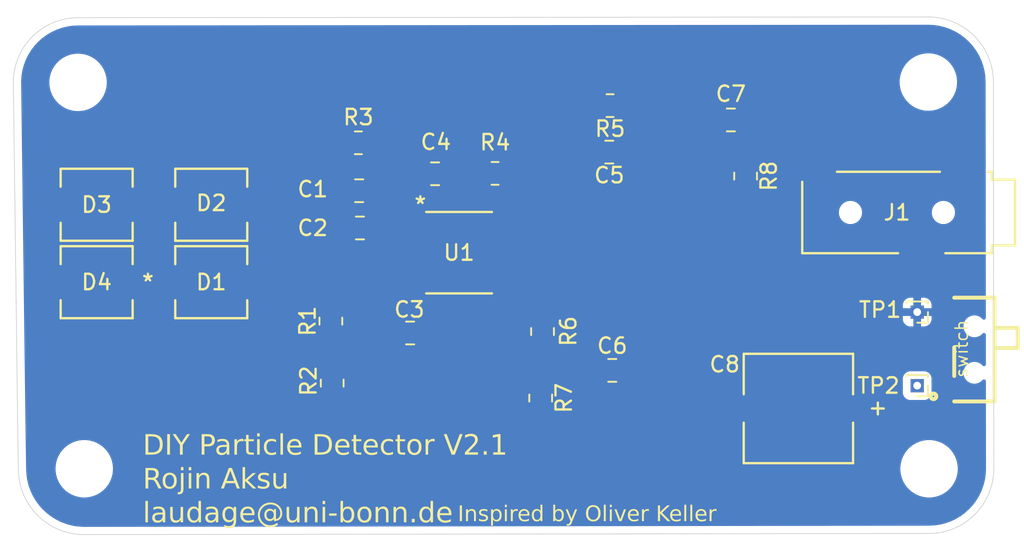
<source format=kicad_pcb>
(kicad_pcb (version 20241229) (generator "pcbnew") (generator_version "9.0")
  (layers (0 "F.Cu" signal) (2 "B.Cu" signal) (13 "F.Paste" user) (15 "B.Paste" user) (5 "F.SilkS" user "F.Silkscreen") (7 "B.SilkS" user "B.Silkscreen") (1 "F.Mask" user) (3 "B.Mask" user) (25 "Edge.Cuts" user))
  (net 0 "")
  (net 1 "Net-(U1--IN2)")
  (net 2 "/input_signal")
  (net 3 "GND")
  (net 4 "Net-(U1-+IN1)")
  (net 5 "Net-(C1-Pad2)")
  (net 6 "Net-(U1-OUT1)")
  (net 7 "Net-(U1-OUT2)")
  (net 8 "/output_signal")
  (net 9 "Net-(U1-+IN2)")
  (net 10 "VCC")
  (net 11 "Net-(SW2-A)")
  (net 12 "Net-(C4-Pad2)")
  (footprint "footprints:LED_VBPW34S_VIS" (layer "F.Cu") (at 79.5 81)
    (property "Reference" "D1" (at 0 0 0) (layer "F.SilkS"))
    (property "Value" "BPW34-SMD" (hide yes))
    (fp_line (start -2.3241 -2.3241) (end -2.3241 -1.165191) (stroke (width 0.1524)) (layer "F.SilkS"))
    (fp_line (start -2.3241 1.165191) (end -2.3241 2.3241) (stroke (width 0.1524)) (layer "F.SilkS"))
    (fp_line (start -2.3241 2.3241) (end 2.3241 2.3241) (stroke (width 0.1524)) (layer "F.SilkS"))
    (fp_line (start 2.3241 -2.3241) (end -2.3241 -2.3241) (stroke (width 0.1524)) (layer "F.SilkS"))
    (fp_line (start 2.3241 -1.165191) (end 2.3241 -2.3241) (stroke (width 0.1524)) (layer "F.SilkS"))
    (fp_line (start 2.3241 2.3241) (end 2.3241 1.165191) (stroke (width 0.1524)) (layer "F.SilkS"))
    (fp_text user "*" (at -4.0894 0 0) (layer "F.SilkS"))
    (pad "1" smd rect (at -3.0988 0) (size 1.2192 1.7526) (layers "F.Cu" "F.Mask" "F.Paste") (net 2 "/input_signal"))
    (pad "2" smd rect (at 3.0988 0) (size 1.2192 1.7526) (layers "F.Cu" "F.Mask" "F.Paste") (net 3 "GND"))
  )
  (footprint "footprints:R_8_ADI" (layer "F.Cu") (at 95.5 79.095)
    (property "Reference" "U1" (at 0 0 0) (layer "F.SilkS"))
    (property "Value" "AD8092ARZ-REEL7" (hide yes))
    (fp_line (start -2.1209 2.6289) (end 2.1209 2.6289) (stroke (width 0.1524)) (layer "F.SilkS"))
    (fp_line (start 2.1209 -2.6289) (end -2.1209 -2.6289) (stroke (width 0.1524)) (layer "F.SilkS"))
    (fp_text user "*" (at -2.5 -3.095 0) (layer "F.SilkS"))
    (pad "1" smd rect (at -2.4638 -1.905) (size 1.9812 0.5588) (layers "F.Cu" "F.Mask" "F.Paste") (net 6 "Net-(U1-OUT1)"))
    (pad "2" smd rect (at -2.4638 -0.635) (size 1.9812 0.5588) (layers "F.Cu" "F.Mask" "F.Paste") (net 2 "/input_signal"))
    (pad "3" smd rect (at -2.4638 0.635) (size 1.9812 0.5588) (layers "F.Cu" "F.Mask" "F.Paste") (net 4 "Net-(U1-+IN1)"))
    (pad "4" smd rect (at -2.4638 1.905) (size 1.9812 0.5588) (layers "F.Cu" "F.Mask" "F.Paste") (net 3 "GND"))
    (pad "5" smd rect (at 2.4638 1.905) (size 1.9812 0.5588) (layers "F.Cu" "F.Mask" "F.Paste") (net 9 "Net-(U1-+IN2)"))
    (pad "6" smd rect (at 2.4638 0.635) (size 1.9812 0.5588) (layers "F.Cu" "F.Mask" "F.Paste") (net 1 "Net-(U1--IN2)"))
    (pad "7" smd rect (at 2.4638 -0.635) (size 1.9812 0.5588) (layers "F.Cu" "F.Mask" "F.Paste") (net 7 "Net-(U1-OUT2)"))
    (pad "8" smd rect (at 2.4638 -1.905) (size 1.9812 0.5588) (layers "F.Cu" "F.Mask" "F.Paste") (net 10 "VCC"))
  )
  (footprint "Resistor_SMD:R_0805_2012Metric" (layer "F.Cu") (at 87.30925 87.51575 -90)
    (property "Reference" "R2" (at -0.1375 1.5275 90) (layer "F.SilkS"))
    (property "Value" "15k" (hide yes))
    (fp_line (start -0.227064 0.735) (end 0.227064 0.735) (stroke (width 0.12)) (layer "F.SilkS"))
    (fp_line (start -0.227064 -0.735) (end 0.227064 -0.735) (stroke (width 0.12)) (layer "F.SilkS"))
    (pad "1" smd roundrect (at -0.9125 0 270) (size 1.025 1.4) (layers "F.Cu" "F.Mask" "F.Paste") (roundrect_rratio 0.243902) (net 4 "Net-(U1-+IN1)"))
    (pad "2" smd roundrect (at 0.9125 0 270) (size 1.025 1.4) (layers "F.Cu" "F.Mask" "F.Paste") (roundrect_rratio 0.243902) (net 3 "GND"))
  )
  (footprint "footprints:CONN_SJ-2523-SMT-TR_CUD" (layer "F.Cu") (at 123.778205 76.500006 180)
    (property "Reference" "J1" (at 0 0 0) (layer "F.SilkS"))
    (property "Value" "Conn_01x02" (hide yes))
    (fp_line (start 6.1214 -2.6289) (end 6.1214 1.979663) (stroke (width 0.1524)) (layer "F.SilkS"))
    (fp_line (start 3.879069 2.6289) (end -2.767854 2.6289) (stroke (width 0.1524)) (layer "F.SilkS"))
    (fp_line (start -0.06786 -2.6289) (end 6.1214 -2.6289) (stroke (width 0.1524)) (layer "F.SilkS"))
    (fp_line (start -5.820934 2.6289) (end -6.1214 2.6289) (stroke (width 0.1524)) (layer "F.SilkS"))
    (fp_line (start -6.1214 2.6289) (end -6.1214 2.1209) (stroke (width 0.1524)) (layer "F.SilkS"))
    (fp_line (start -6.1214 2.1209) (end -7.62 2.1209) (stroke (width 0.1524)) (layer "F.SilkS"))
    (fp_line (start -6.1214 -2.1209) (end -6.1214 -2.6289) (stroke (width 0.1524)) (layer "F.SilkS"))
    (fp_line (start -6.1214 -2.6289) (end -3.12094 -2.6289) (stroke (width 0.1524)) (layer "F.SilkS"))
    (fp_line (start -7.62 2.1209) (end -7.62 -2.1209) (stroke (width 0.1524)) (layer "F.SilkS"))
    (fp_line (start -7.62 -2.1209) (end -6.1214 -2.1209) (stroke (width 0.1524)) (layer "F.SilkS"))
    (pad "" np_thru_hole circle (at -2.994401 0 180) (size 0.9906 0.9906) (drill 0.9906) (layers "*.Cu" "*.Mask"))
    (pad "" np_thru_hole circle (at 3.0056 0 180) (size 0.9906 0.9906) (drill 0.9906) (layers "*.Cu" "*.Mask"))
    (pad "1" smd rect (at -4.294394 3.506203 180) (size 2.3876 2.3876) (layers "F.Cu" "F.Mask" "F.Paste") (net 8 "/output_signal"))
    (pad "2" smd rect (at 5.405609 3.506203 180) (size 2.3876 2.3876) (layers "F.Cu" "F.Mask" "F.Paste") (net 3 "GND"))
    (pad "3" smd rect (at -1.5944 -3.506191 180) (size 2.3876 2.3876) (layers "F.Cu" "F.Mask" "F.Paste"))
  )
  (footprint "Resistor_SMD:R_0805_2012Metric" (layer "F.Cu") (at 100.89 84.1875 -90)
    (property "Reference" "R6" (at -0.02 -1.67 90) (layer "F.SilkS"))
    (property "Value" "10k" (hide yes))
    (fp_line (start -0.227064 0.735) (end 0.227064 0.735) (stroke (width 0.12)) (layer "F.SilkS"))
    (fp_line (start -0.227064 -0.735) (end 0.227064 -0.735) (stroke (width 0.12)) (layer "F.SilkS"))
    (pad "1" smd roundrect (at -0.9125 0 270) (size 1.025 1.4) (layers "F.Cu" "F.Mask" "F.Paste") (roundrect_rratio 0.243902) (net 10 "VCC"))
    (pad "2" smd roundrect (at 0.9125 0 270) (size 1.025 1.4) (layers "F.Cu" "F.Mask" "F.Paste") (roundrect_rratio 0.243902) (net 9 "Net-(U1-+IN2)"))
  )
  (footprint "footprints:PCAP_EEHZ_D_PAN" (layer "F.Cu") (at 117.41 89.1546 180)
    (property "Reference" "C8" (at 4.76 2.8446 0) (layer "F.SilkS"))
    (property "Value" "47mikro" (hide yes))
    (fp_line (start 3.5306 3.5306) (end 3.5306 0.91694) (stroke (width 0.1524)) (layer "F.SilkS"))
    (fp_line (start 3.5306 -0.91694) (end 3.5306 -3.5306) (stroke (width 0.1524)) (layer "F.SilkS"))
    (fp_line (start 3.5306 -3.5306) (end -3.5306 -3.5306) (stroke (width 0.1524)) (layer "F.SilkS"))
    (fp_line (start -3.5306 3.5306) (end 3.5306 3.5306) (stroke (width 0.1524)) (layer "F.SilkS"))
    (fp_line (start -3.5306 0.91694) (end -3.5306 3.5306) (stroke (width 0.1524)) (layer "F.SilkS"))
    (fp_line (start -3.5306 -3.5306) (end -3.5306 -0.91694) (stroke (width 0.1524)) (layer "F.SilkS"))
    (fp_line (start -4.7498 0) (end -5.5118 0) (stroke (width 0.1524)) (layer "F.SilkS"))
    (fp_line (start -5.1308 -0.381) (end -5.1308 0.381) (stroke (width 0.1524)) (layer "F.SilkS"))
    (pad "1" smd rect (at -2.5146 0 180) (size 2.9972 1.1684) (layers "F.Cu" "F.Mask" "F.Paste") (net 10 "VCC"))
    (pad "2" smd rect (at 2.5146 0 180) (size 2.9972 1.1684) (layers "F.Cu" "F.Mask" "F.Paste") (net 3 "GND"))
  )
  (footprint "MountingHole:MountingHole_3.2mm_M3" (layer "F.Cu") (at 125.846188 93.046188)
    (property "Reference" "REF**" (hide yes))
    (property "Value" "MountingHole_3.2mm_M3" (hide yes))
    (pad "" np_thru_hole circle (at 0 0) (size 3.2 3.2) (drill 3.2) (layers "*.Cu" "*.Mask"))
  )
  (footprint "Capacitor_SMD:C_0805_2012Metric" (layer "F.Cu") (at 105.39 86.695 180)
    (property "Reference" "C6" (at 0 1.5875 0) (layer "F.SilkS"))
    (property "Value" "100n" (hide yes))
    (fp_line (start -0.261252 0.735) (end 0.261252 0.735) (stroke (width 0.12)) (layer "F.SilkS"))
    (fp_line (start -0.261252 -0.735) (end 0.261252 -0.735) (stroke (width 0.12)) (layer "F.SilkS"))
    (pad "1" smd roundrect (at -0.95 0 180) (size 1 1.45) (layers "F.Cu" "F.Mask" "F.Paste") (net 3 "GND"))
    (pad "2" smd roundrect (at 0.95 0 180) (size 1 1.45) (layers "F.Cu" "F.Mask" "F.Paste") (net 9 "Net-(U1-+IN2)"))
  )
  (footprint "Capacitor_SMD:C_0805_2012Metric" (layer "F.Cu") (at 89.05 75.095)
    (property "Reference" "C1" (at -3 -0.095 0) (layer "F.SilkS"))
    (property "Value" "10p" (hide yes))
    (fp_line (start -0.261252 -0.735) (end 0.261252 -0.735) (stroke (width 0.12)) (layer "F.SilkS"))
    (fp_line (start -0.261252 0.735) (end 0.261252 0.735) (stroke (width 0.12)) (layer "F.SilkS"))
    (pad "1" smd roundrect (at -0.95 0) (size 1 1.45) (layers "F.Cu" "F.Mask" "F.Paste") (net 2 "/input_signal"))
    (pad "2" smd roundrect (at 0.95 0) (size 1 1.45) (layers "F.Cu" "F.Mask" "F.Paste") (net 5 "Net-(C1-Pad2)"))
  )
  (footprint "footprints:LED_VBPW34S_VIS" (layer "F.Cu") (at 72.1 81 180)
    (property "Reference" "D4" (at 0 0 0) (layer "F.SilkS"))
    (property "Value" "BPW34-SMD" (hide yes))
    (fp_line (start 2.3241 2.3241) (end 2.3241 1.165191) (stroke (width 0.1524)) (layer "F.SilkS"))
    (fp_line (start 2.3241 -1.165191) (end 2.3241 -2.3241) (stroke (width 0.1524)) (layer "F.SilkS"))
    (fp_line (start 2.3241 -2.3241) (end -2.3241 -2.3241) (stroke (width 0.1524)) (layer "F.SilkS"))
    (fp_line (start -2.3241 2.3241) (end 2.3241 2.3241) (stroke (width 0.1524)) (layer "F.SilkS"))
    (fp_line (start -2.3241 1.165191) (end -2.3241 2.3241) (stroke (width 0.1524)) (layer "F.SilkS"))
    (fp_line (start -2.3241 -2.3241) (end -2.3241 -1.165191) (stroke (width 0.1524)) (layer "F.SilkS"))
    (pad "1" smd rect (at -3.0988 0 180) (size 1.2192 1.7526) (layers "F.Cu" "F.Mask" "F.Paste") (net 2 "/input_signal"))
    (pad "2" smd rect (at 3.0988 0 180) (size 1.2192 1.7526) (layers "F.Cu" "F.Mask" "F.Paste") (net 3 "GND"))
  )
  (footprint "MountingHole:MountingHole_3.2mm_M3" (layer "F.Cu") (at 71.3 93.046188)
    (property "Reference" "REF**" (hide yes))
    (property "Value" "MountingHole_3.2mm_M3" (hide yes))
    (pad "" np_thru_hole circle (at 0 0) (size 3.2 3.2) (drill 3.2) (layers "*.Cu" "*.Mask"))
  )
  (footprint "Capacitor_SMD:C_0805_2012Metric" (layer "F.Cu") (at 92.34 84.28)
    (property "Reference" "C3" (at -0.05 -1.51 0) (layer "F.SilkS"))
    (property "Value" "100n" (hide yes))
    (fp_line (start -0.261252 -0.735) (end 0.261252 -0.735) (stroke (width 0.12)) (layer "F.SilkS"))
    (fp_line (start -0.261252 0.735) (end 0.261252 0.735) (stroke (width 0.12)) (layer "F.SilkS"))
    (pad "1" smd roundrect (at -0.95 0) (size 1 1.45) (layers "F.Cu" "F.Mask" "F.Paste") (net 4 "Net-(U1-+IN1)"))
    (pad "2" smd roundrect (at 0.95 0) (size 1 1.45) (layers "F.Cu" "F.Mask" "F.Paste") (net 3 "GND"))
  )
  (footprint "MountingHole:MountingHole_3.2mm_M3" (layer "F.Cu") (at 70.9 68.1)
    (property "Reference" "REF**" (hide yes))
    (property "Value" "MountingHole_3.2mm_M3" (hide yes))
    (pad "" np_thru_hole circle (at 0 0) (size 3.2 3.2) (drill 3.2) (layers "*.Cu" "*.Mask"))
  )
  (footprint "footprints:SSSS810701" (layer "F.Cu") (at 127.021335 84.6 90)
    (property "Reference" "switch" (at -0.7 0.928665 90) (layer "F.SilkS") (effects (font (size 0.8 0.8) (thickness 0.1))))
    (property "Value" "SW_SPST" (hide yes))
    (fp_line (start 2.6 0.45) (end 2.6 3.05) (stroke (width 0.254)) (layer "F.SilkS"))
    (fp_line (start -2.45367 0.45) (end -0.60467 0.45) (stroke (width 0.254)) (layer "F.SilkS"))
    (fp_line (start 2.6 3.05) (end -4.1 3.05) (stroke (width 0.254)) (layer "F.SilkS"))
    (fp_line (start -0.65 3.05) (end -0.65 4.55) (stroke (width 0.254)) (layer "F.SilkS"))
    (fp_line (start -4.1 3.05) (end -4.1 0.45) (stroke (width 0.254)) (layer "F.SilkS"))
    (fp_line (start 0.65 4.55) (end 0.65 3.05) (stroke (width 0.254)) (layer "F.SilkS"))
    (fp_line (start -0.65 4.55) (end 0.65 4.55) (stroke (width 0.254)) (layer "F.SilkS"))
    (fp_circle (center -3.77033 -0.88867) (end -3.77033 -0.83467) (stroke (width 0.254)) (fill no) (layer "F.SilkS"))
    (pad "" np_thru_hole circle (at -2.25 1.75 90) (size 0.9 0.9) (drill 0.9) (layers "*.Cu" "*.Mask"))
    (pad "" np_thru_hole circle (at 0.75 1.75 90) (size 0.9 0.9) (drill 0.9) (layers "*.Cu" "*.Mask"))
    (pad "1" smd rect (at -3 0 90) (size 0.7 1.5) (layers "F.Cu" "F.Mask" "F.Paste") (net 11 "Net-(SW2-A)"))
    (pad "2" smd rect (at 0 0 90) (size 0.7 1.5) (layers "F.Cu" "F.Mask" "F.Paste") (net 10 "VCC"))
    (pad "3" smd rect (at 1.5 0 90) (size 0.7 1.5) (layers "F.Cu" "F.Mask" "F.Paste"))
  )
  (footprint "Resistor_SMD:R_0805_2012Metric" (layer "F.Cu") (at 114 74.15 -90)
    (property "Reference" "R8" (at 0 -1.5 90) (layer "F.SilkS"))
    (property "Value" "100k" (hide yes))
    (fp_line (start -0.227064 0.735) (end 0.227064 0.735) (stroke (width 0.12)) (layer "F.SilkS"))
    (fp_line (start -0.227064 -0.735) (end 0.227064 -0.735) (stroke (width 0.12)) (layer "F.SilkS"))
    (pad "1" smd roundrect (at -0.9125 0 270) (size 1.025 1.4) (layers "F.Cu" "F.Mask" "F.Paste") (roundrect_rratio 0.243902) (net 8 "/output_signal"))
    (pad "2" smd roundrect (at 0.9125 0 270) (size 1.025 1.4) (layers "F.Cu" "F.Mask" "F.Paste") (roundrect_rratio 0.243902) (net 3 "GND"))
  )
  (footprint "Connector_PinHeader_1.00mm:PinHeader_1x01_P1.00mm_Vertical" (layer "F.Cu") (at 125.08 82.93 180)
    (property "Reference" "TP1" (at 2.4 0.15 0) (layer "F.SilkS"))
    (property "Value" "-" (hide yes))
    (fp_line (start 0.695 0.685) (end 0.695 0.56) (stroke (width 0.12)) (layer "F.SilkS"))
    (fp_line (start 0.608276 0.685) (end 0.695 0.685) (stroke (width 0.12)) (layer "F.SilkS"))
    (fp_line (start -0.695 0.685) (end 0.695 0.685) (stroke (width 0.12)) (layer "F.SilkS"))
    (fp_line (start -0.695 0.685) (end -0.608276 0.685) (stroke (width 0.12)) (layer "F.SilkS"))
    (fp_line (start -0.695 0.685) (end -0.695 0.56) (stroke (width 0.12)) (layer "F.SilkS"))
    (fp_line (start -0.695 0) (end -0.695 -0.685) (stroke (width 0.12)) (layer "F.SilkS"))
    (fp_line (start -0.695 -0.685) (end 0 -0.685) (stroke (width 0.12)) (layer "F.SilkS"))
    (pad "1" thru_hole rect (at 0 0 180) (size 0.85 0.85) (drill 0.5) (layers "*.Cu" "*.Mask") (net 3 "GND"))
  )
  (footprint "Capacitor_SMD:C_0805_2012Metric" (layer "F.Cu") (at 89.1 77.5)
    (property "Reference" "C2" (at -3.05 0 0) (layer "F.SilkS"))
    (property "Value" "10p" (hide yes))
    (fp_line (start -0.261252 -0.735) (end 0.261252 -0.735) (stroke (width 0.12)) (layer "F.SilkS"))
    (fp_line (start -0.261252 0.735) (end 0.261252 0.735) (stroke (width 0.12)) (layer "F.SilkS"))
    (pad "1" smd roundrect (at -0.95 0) (size 1 1.45) (layers "F.Cu" "F.Mask" "F.Paste") (net 5 "Net-(C1-Pad2)"))
    (pad "2" smd roundrect (at 0.95 0) (size 1 1.45) (layers "F.Cu" "F.Mask" "F.Paste") (net 6 "Net-(U1-OUT1)"))
  )
  (footprint "Connector_PinHeader_1.00mm:PinHeader_1x01_P1.00mm_Vertical" (layer "F.Cu") (at 125.08 87.68 180)
    (property "Reference" "TP2" (at 2.5 0 0) (layer "F.SilkS"))
    (property "Value" "+" (hide yes))
    (fp_line (start 0.695 0.685) (end 0.695 0.56) (stroke (width 0.12)) (layer "F.SilkS"))
    (fp_line (start 0.608276 0.685) (end 0.695 0.685) (stroke (width 0.12)) (layer "F.SilkS"))
    (fp_line (start -0.695 0.685) (end 0.695 0.685) (stroke (width 0.12)) (layer "F.SilkS"))
    (fp_line (start -0.695 0.685) (end -0.608276 0.685) (stroke (width 0.12)) (layer "F.SilkS"))
    (fp_line (start -0.695 0.685) (end -0.695 0.56) (stroke (width 0.12)) (layer "F.SilkS"))
    (fp_line (start -0.695 0) (end -0.695 -0.685) (stroke (width 0.12)) (layer "F.SilkS"))
    (fp_line (start -0.695 -0.685) (end 0 -0.685) (stroke (width 0.12)) (layer "F.SilkS"))
    (pad "1" thru_hole rect (at 0 0 180) (size 0.85 0.85) (drill 0.5) (layers "*.Cu" "*.Mask") (net 11 "Net-(SW2-A)"))
  )
  (footprint "footprints:LED_VBPW34S_VIS" (layer "F.Cu") (at 79.5 76)
    (property "Reference" "D2" (at 0 -0.1092 0) (layer "F.SilkS"))
    (property "Value" "BPW34-SMD" (hide yes))
    (fp_line (start -2.3241 -2.3241) (end -2.3241 -1.165191) (stroke (width 0.1524)) (layer "F.SilkS"))
    (fp_line (start -2.3241 1.165191) (end -2.3241 2.3241) (stroke (width 0.1524)) (layer "F.SilkS"))
    (fp_line (start -2.3241 2.3241) (end 2.3241 2.3241) (stroke (width 0.1524)) (layer "F.SilkS"))
    (fp_line (start 2.3241 -2.3241) (end -2.3241 -2.3241) (stroke (width 0.1524)) (layer "F.SilkS"))
    (fp_line (start 2.3241 -1.165191) (end 2.3241 -2.3241) (stroke (width 0.1524)) (layer "F.SilkS"))
    (fp_line (start 2.3241 2.3241) (end 2.3241 1.165191) (stroke (width 0.1524)) (layer "F.SilkS"))
    (pad "1" smd rect (at -3.0988 0) (size 1.2192 1.7526) (layers "F.Cu" "F.Mask" "F.Paste") (net 2 "/input_signal"))
    (pad "2" smd rect (at 3.0988 0) (size 1.2192 1.7526) (layers "F.Cu" "F.Mask" "F.Paste") (net 3 "GND"))
  )
  (footprint "Resistor_SMD:R_0805_2012Metric" (layer "F.Cu") (at 89 72)
    (property "Reference" "R3" (at 0 -1.65 0) (layer "F.SilkS"))
    (property "Value" "15Mega" (hide yes))
    (fp_line (start -0.227064 -0.735) (end 0.227064 -0.735) (stroke (width 0.12)) (layer "F.SilkS"))
    (fp_line (start -0.227064 0.735) (end 0.227064 0.735) (stroke (width 0.12)) (layer "F.SilkS"))
    (pad "1" smd roundrect (at -0.9125 0) (size 1.025 1.4) (layers "F.Cu" "F.Mask" "F.Paste") (roundrect_rratio 0.243902) (net 2 "/input_signal"))
    (pad "2" smd roundrect (at 0.9125 0) (size 1.025 1.4) (layers "F.Cu" "F.Mask" "F.Paste") (roundrect_rratio 0.243902) (net 6 "Net-(U1-OUT1)"))
  )
  (footprint "Resistor_SMD:R_0805_2012Metric" (layer "F.Cu") (at 100.77 88.48 -90)
    (property "Reference" "R7" (at 0 -1.5 90) (layer "F.SilkS"))
    (property "Value" "10k" (hide yes))
    (fp_line (start -0.227064 0.735) (end 0.227064 0.735) (stroke (width 0.12)) (layer "F.SilkS"))
    (fp_line (start -0.227064 -0.735) (end 0.227064 -0.735) (stroke (width 0.12)) (layer "F.SilkS"))
    (pad "1" smd roundrect (at -0.9125 0 270) (size 1.025 1.4) (layers "F.Cu" "F.Mask" "F.Paste") (roundrect_rratio 0.243902) (net 9 "Net-(U1-+IN2)"))
    (pad "2" smd roundrect (at 0.9125 0 270) (size 1.025 1.4) (layers "F.Cu" "F.Mask" "F.Paste") (roundrect_rratio 0.243902) (net 3 "GND"))
  )
  (footprint "footprints:LED_VBPW34S_VIS" (layer "F.Cu") (at 72.1 76 180)
    (property "Reference" "D3" (at 0 0 0) (layer "F.SilkS"))
    (property "Value" "BPW34-SMD" (hide yes))
    (fp_line (start 2.3241 2.3241) (end 2.3241 1.165191) (stroke (width 0.1524)) (layer "F.SilkS"))
    (fp_line (start 2.3241 -1.165191) (end 2.3241 -2.3241) (stroke (width 0.1524)) (layer "F.SilkS"))
    (fp_line (start 2.3241 -2.3241) (end -2.3241 -2.3241) (stroke (width 0.1524)) (layer "F.SilkS"))
    (fp_line (start -2.3241 2.3241) (end 2.3241 2.3241) (stroke (width 0.1524)) (layer "F.SilkS"))
    (fp_line (start -2.3241 1.165191) (end -2.3241 2.3241) (stroke (width 0.1524)) (layer "F.SilkS"))
    (fp_line (start -2.3241 -2.3241) (end -2.3241 -1.165191) (stroke (width 0.1524)) (layer "F.SilkS"))
    (pad "1" smd rect (at -3.0988 0 180) (size 1.2192 1.7526) (layers "F.Cu" "F.Mask" "F.Paste") (net 2 "/input_signal"))
    (pad "2" smd rect (at 3.0988 0 180) (size 1.2192 1.7526) (layers "F.Cu" "F.Mask" "F.Paste") (net 3 "GND"))
  )
  (footprint "MountingHole:MountingHole_3.2mm_M3" (layer "F.Cu") (at 125.799999 68.077321)
    (property "Reference" "REF**" (hide yes))
    (property "Value" "MountingHole_3.2mm_M3" (hide yes))
    (pad "" np_thru_hole circle (at 0 0) (size 3.2 3.2) (drill 3.2) (layers "*.Cu" "*.Mask"))
  )
  (footprint "Capacitor_SMD:C_0805_2012Metric" (layer "F.Cu") (at 93.95 74)
    (property "Reference" "C4" (at 0.05 -2.05 0) (layer "F.SilkS"))
    (property "Value" "100n" (hide yes))
    (fp_line (start -0.261252 -0.735) (end 0.261252 -0.735) (stroke (width 0.12)) (layer "F.SilkS"))
    (fp_line (start -0.261252 0.735) (end 0.261252 0.735) (stroke (width 0.12)) (layer "F.SilkS"))
    (pad "1" smd roundrect (at -0.95 0) (size 1 1.45) (layers "F.Cu" "F.Mask" "F.Paste") (net 6 "Net-(U1-OUT1)"))
    (pad "2" smd roundrect (at 0.95 0) (size 1 1.45) (layers "F.Cu" "F.Mask" "F.Paste") (net 12 "Net-(C4-Pad2)"))
  )
  (footprint "Resistor_SMD:R_0805_2012Metric" (layer "F.Cu") (at 97.825 73.975)
    (property "Reference" "R4" (at 0 -2 0) (layer "F.SilkS"))
    (property "Value" "1k" (hide yes))
    (fp_line (start -0.227064 -0.735) (end 0.227064 -0.735) (stroke (width 0.12)) (layer "F.SilkS"))
    (fp_line (start -0.227064 0.735) (end 0.227064 0.735) (stroke (width 0.12)) (layer "F.SilkS"))
    (pad "1" smd roundrect (at -0.9125 0) (size 1.025 1.4) (layers "F.Cu" "F.Mask" "F.Paste") (roundrect_rratio 0.243902) (net 12 "Net-(C4-Pad2)"))
    (pad "2" smd roundrect (at 0.9125 0) (size 1.025 1.4) (layers "F.Cu" "F.Mask" "F.Paste") (roundrect_rratio 0.243902) (net 1 "Net-(U1--IN2)"))
  )
  (footprint "Capacitor_SMD:C_0805_2012Metric" (layer "F.Cu") (at 105.2 72.6)
    (property "Reference" "C5" (at 0 1.5 0) (layer "F.SilkS"))
    (property "Value" "10p" (hide yes))
    (fp_line (start -0.261252 -0.735) (end 0.261252 -0.735) (stroke (width 0.12)) (layer "F.SilkS"))
    (fp_line (start -0.261252 0.735) (end 0.261252 0.735) (stroke (width 0.12)) (layer "F.SilkS"))
    (pad "1" smd roundrect (at -0.95 0) (size 1 1.45) (layers "F.Cu" "F.Mask" "F.Paste") (net 1 "Net-(U1--IN2)"))
    (pad "2" smd roundrect (at 0.95 0) (size 1 1.45) (layers "F.Cu" "F.Mask" "F.Paste") (net 7 "Net-(U1-OUT2)"))
  )
  (footprint "Resistor_SMD:R_0805_2012Metric" (layer "F.Cu") (at 105.25 69.6)
    (property "Reference" "R5" (at 0 1.5 0) (layer "F.SilkS"))
    (property "Value" "100k" (hide yes))
    (fp_line (start -0.227064 -0.735) (end 0.227064 -0.735) (stroke (width 0.12)) (layer "F.SilkS"))
    (fp_line (start -0.227064 0.735) (end 0.227064 0.735) (stroke (width 0.12)) (layer "F.SilkS"))
    (pad "1" smd roundrect (at -0.9125 0) (size 1.025 1.4) (layers "F.Cu" "F.Mask" "F.Paste") (roundrect_rratio 0.243902) (net 1 "Net-(U1--IN2)"))
    (pad "2" smd roundrect (at 0.9125 0) (size 1.025 1.4) (layers "F.Cu" "F.Mask" "F.Paste") (roundrect_rratio 0.243902) (net 7 "Net-(U1-OUT2)"))
  )
  (footprint "Resistor_SMD:R_0805_2012Metric" (layer "F.Cu") (at 87.22175 83.51575 90)
    (property "Reference" "R1" (at 0 -1.5 90) (layer "F.SilkS"))
    (property "Value" "4.7k" (hide yes))
    (fp_line (start -0.227064 -0.735) (end 0.227064 -0.735) (stroke (width 0.12)) (layer "F.SilkS"))
    (fp_line (start -0.227064 0.735) (end 0.227064 0.735) (stroke (width 0.12)) (layer "F.SilkS"))
    (pad "1" smd roundrect (at -0.9125 0 90) (size 1.025 1.4) (layers "F.Cu" "F.Mask" "F.Paste") (roundrect_rratio 0.243902) (net 10 "VCC"))
    (pad "2" smd roundrect (at 0.9125 0 90) (size 1.025 1.4) (layers "F.Cu" "F.Mask" "F.Paste") (roundrect_rratio 0.243902) (net 4 "Net-(U1-+IN1)"))
  )
  (footprint "Capacitor_SMD:C_0805_2012Metric" (layer "F.Cu") (at 113.05 70.525)
    (property "Reference" "C7" (at 0 -1.68 0) (layer "F.SilkS"))
    (property "Value" "100n" (hide yes))
    (fp_line (start -0.261252 -0.735) (end 0.261252 -0.735) (stroke (width 0.12)) (layer "F.SilkS"))
    (fp_line (start -0.261252 0.735) (end 0.261252 0.735) (stroke (width 0.12)) (layer "F.SilkS"))
    (pad "1" smd roundrect (at -0.95 0) (size 1 1.45) (layers "F.Cu" "F.Mask" "F.Paste") (net 7 "Net-(U1-OUT2)"))
    (pad "2" smd roundrect (at 0.95 0) (size 1 1.45) (layers "F.Cu" "F.Mask" "F.Paste") (net 8 "/output_signal"))
  )
  (gr_arc (start 71.2 97.3) (mid 68.256145 96.019374) (end 67.045025 93.046249) (stroke (width 0.05)) (layer "Edge.Cuts"))
  (gr_line (start 125.8462 97.223509) (end 71.2 97.3) (stroke (width 0.05)) (layer "Edge.Cuts"))
  (gr_line (start 70.90531 63.921487) (end 125.82 63.8773) (stroke (width 0.05)) (layer "Edge.Cuts"))
  (gr_line (start 67 90) (end 67.045025 93.0462) (stroke (width 0.05)) (layer "Edge.Cuts"))
  (gr_arc (start 125.82 63.8773) (mid 128.776952 65.114504) (end 130.000048 68.07732) (stroke (width 0.05)) (layer "Edge.Cuts"))
  (gr_arc (start 66.72268 68) (mid 67.980912 65.110196) (end 70.9 63.921483) (stroke (width 0.05)) (layer "Edge.Cuts"))
  (gr_line (start 66.72268 68) (end 67 90) (stroke (width 0.05)) (layer "Edge.Cuts"))
  (gr_arc (start 130.023509 93.046189) (mid 128.800007 96) (end 125.8462 97.223509) (stroke (width 0.05)) (layer "Edge.Cuts"))
  (gr_line (start 130 68.07732) (end 130.023509 93.046189) (stroke (width 0.05)) (layer "Edge.Cuts"))
  (gr_text "DIY Particle Detector V2.1\nRojin Aksu \nlaudage@uni-bonn.de" (at 75.075 96.725 0) (layer "F.SilkS") (effects (font (size 1.3 1.3) (thickness 0.2)) (justify left bottom)))
  (gr_text "Inspired by Oliver Keller" (at 95.41 96.6 0) (layer "F.SilkS") (effects (font (size 1 1) (thickness 0.1)) (justify left bottom)))
  (segment (start 98.7375 73.975) (end 100.97 73.975) (width 0.25) (layer "F.Cu") (net 1))
  (segment (start 100.97 73.975) (end 102.09 73.975) (width 0.25) (layer "F.Cu") (net 1))
  (segment (start 102.09 73.975) (end 102.09 70.27) (width 0.25) (layer "F.Cu") (net 1))
  (segment (start 102.76 69.6) (end 104.3375 69.6) (width 0.25) (layer "F.Cu") (net 1))
  (segment (start 100.97 77.435) (end 100.97 73.975) (width 0.25) (layer "F.Cu") (net 1))
  (segment (start 102.09 70.27) (end 102.76 69.6) (width 0.25) (layer "F.Cu") (net 1))
  (segment (start 102.875 73.975) (end 104.25 72.6) (width 0.25) (layer "F.Cu") (net 1))
  (segment (start 102.09 73.975) (end 102.875 73.975) (width 0.25) (layer "F.Cu") (net 1))
  (segment (start 98.675 79.73) (end 100.97 77.435) (width 0.25) (layer "F.Cu") (net 1))
  (segment (start 97.9638 79.73) (end 98.675 79.73) (width 0.25) (layer "F.Cu") (net 1))
  (segment (start 92.325 78.46) (end 93.0362 78.46) (width 0.2) (layer "F.Cu") (net 2))
  (segment (start 85.08 72) (end 88.0875 72) (width 0.25) (layer "F.Cu") (net 2))
  (segment (start 76.4012 76) (end 75.1988 76) (width 0.25) (layer "F.Cu") (net 2))
  (segment (start 86.5254 79.1246) (end 92.3716 79.1246) (width 0.25) (layer "F.Cu") (net 2))
  (segment (start 85.08 80.57) (end 85.08 75.3) (width 0.25) (layer "F.Cu") (net 2))
  (segment (start 75.1988 73.1212) (end 76.32 72) (width 0.25) (layer "F.Cu") (net 2))
  (segment (start 85.08 80.57) (end 86.5254 79.1246) (width 0.25) (layer "F.Cu") (net 2))
  (segment (start 75.1988 76) (end 75.1988 73.1212) (width 0.25) (layer "F.Cu") (net 2))
  (segment (start 76.32 72) (end 85.08 72) (width 0.25) (layer "F.Cu") (net 2))
  (segment (start 76.32 84.83) (end 84.22 84.83) (width 0.25) (layer "F.Cu") (net 2))
  (segment (start 92.3716 79.1246) (end 93.0362 78.46) (width 0.25) (layer "F.Cu") (net 2))
  (segment (start 85.08 75.3) (end 85.08 72) (width 0.25) (layer "F.Cu") (net 2))
  (segment (start 75.1988 81) (end 75.1988 83.7088) (width 0.25) (layer "F.Cu") (net 2))
  (segment (start 84.22 84.83) (end 85.08 83.97) (width 0.25) (layer "F.Cu") (net 2))
  (segment (start 92.9702 78.526) (end 93.0362 78.46) (width 0.2) (layer "F.Cu") (net 2))
  (segment (start 85.285 75.095) (end 85.08 75.3) (width 0.25) (layer "F.Cu") (net 2))
  (segment (start 85.08 83.97) (end 85.08 80.57) (width 0.25) (layer "F.Cu") (net 2))
  (segment (start 88.1 75.095) (end 85.285 75.095) (width 0.25) (layer "F.Cu") (net 2))
  (segment (start 75.1988 83.7088) (end 76.32 84.83) (width 0.25) (layer "F.Cu") (net 2))
  (segment (start 87.00325 88.73425) (end 87.30925 88.42825) (width 0.2) (layer "F.Cu") (net 3))
  (segment (start 87.90675 82.60325) (end 88.89175 83.58825) (width 0.25) (layer "F.Cu") (net 4))
  (segment (start 90.29175 83.58825) (end 90.69825 83.58825) (width 0.2) (layer "F.Cu") (net 4))
  (segment (start 89.92 82.135) (end 89.92 83.2165) (width 0.2) (layer "F.Cu") (net 4))
  (segment (start 87.86675 86.60325) (end 88.89175 85.57825) (width 0.25) (layer "F.Cu") (net 4))
  (segment (start 93.0362 79.73) (end 92.325 79.73) (width 0.2) (layer "F.Cu") (net 4))
  (segment (start 87.22175 82.60325) (end 87.90675 82.60325) (width 0.25) (layer "F.Cu") (net 4))
  (segment (start 89.92 83.2165) (end 90.29175 83.58825) (width 0.2) (layer "F.Cu") (net 4))
  (segment (start 87.30925 86.60325) (end 87.86675 86.60325) (width 0.25) (layer "F.Cu") (net 4))
  (segment (start 92.325 79.73) (end 89.92 82.135) (width 0.2) (layer "F.Cu") (net 4))
  (segment (start 90.29175 83.58825) (end 88.89175 83.58825) (width 0.2) (layer "F.Cu") (net 4))
  (segment (start 88.89175 83.58825) (end 88.89175 85.57825) (width 0.2) (layer "F.Cu") (net 4))
  (segment (start 90.69825 83.58825) (end 91.39 84.28) (width 0.2) (layer "F.Cu") (net 4))
  (segment (start 88.15 76.945) (end 88.15 77.5) (width 0.25) (layer "F.Cu") (net 5))
  (segment (start 90 75.095) (end 88.15 76.945) (width 0.25) (layer "F.Cu") (net 5))
  (segment (start 91.47 74) (end 93 74) (width 0.25) (layer "F.Cu") (net 6))
  (segment (start 91.21 73.2975) (end 91.21 74.25) (width 0.25) (layer "F.Cu") (net 6))
  (segment (start 90.05 77.5) (end 91.21 77.5) (width 0.25) (layer "F.Cu") (net 6))
  (segment (start 91.21 74.25) (end 91.21 77.5) (width 0.25) (layer "F.Cu") (net 6))
  (segment (start 91.21 74.25) (end 91.22 74.25) (width 0.25) (layer "F.Cu") (net 6))
  (segment (start 89.9125 72) (end 91.21 73.2975) (width 0.25) (layer "F.Cu") (net 6))
  (segment (start 92.7262 77.5) (end 93.0362 77.19) (width 0.25) (layer "F.Cu") (net 6))
  (segment (start 91.21 77.5) (end 92.7262 77.5) (width 0.25) (layer "F.Cu") (net 6))
  (segment (start 91.22 74.25) (end 91.47 74) (width 0.25) (layer "F.Cu") (net 6))
  (segment (start 108.07 73.17) (end 108.07 69.72) (width 0.2) (layer "F.Cu") (net 7))
  (segment (start 106.62 75.34) (end 107.245 74.715) (width 0.2) (layer "F.Cu") (net 7))
  (segment (start 103.25 75.34) (end 106.62 75.34) (width 0.2) (layer "F.Cu") (net 7))
  (segment (start 108.735 73.89) (end 112.1 70.525) (width 0.2) (layer "F.Cu") (net 7))
  (segment (start 108.07 73.89) (end 108.735 73.89) (width 0.2) (layer "F.Cu") (net 7))
  (segment (start 102.4 79.32) (end 102.4 76.19) (width 0.2) (layer "F.Cu") (net 7))
  (segment (start 97.3618 78.46) (end 96.6722 79.1496) (width 0.2) (layer "F.Cu") (net 7))
  (segment (start 108.07 73.17) (end 106.72 73.17) (width 0.25) (layer "F.Cu") (net 7))
  (segment (start 97.3618 78.46) (end 97.9638 78.46) (width 0.2) (layer "F.Cu") (net 7))
  (segment (start 107.245 74.715) (end 108.07 73.89) (width 0.2) (layer "F.Cu") (net 7))
  (segment (start 108.07 73.89) (end 108.07 73.17) (width 0.2) (layer "F.Cu") (net 7))
  (segment (start 101.4096 80.3104) (end 102.4 79.32) (width 0.2) (layer "F.Cu") (net 7))
  (segment (start 97.3118 78.46) (end 97.9638 78.46) (width 0.25) (layer "F.Cu") (net 7))
  (segment (start 102.4 76.19) (end 103.25 75.34) (width 0.2) (layer "F.Cu") (net 7))
  (segment (start 96.6722 80.3104) (end 101.4096 80.3104) (width 0.2) (layer "F.Cu") (net 7))
  (segment (start 108.07 69.72) (end 107.95 69.6) (width 0.2) (layer "F.Cu") (net 7))
  (segment (start 96.6722 79.1496) (end 96.6722 80.3104) (width 0.2) (layer "F.Cu") (net 7))
  (segment (start 106.72 73.17) (end 106.15 72.6) (width 0.25) (layer "F.Cu") (net 7))
  (segment (start 106.1625 69.6) (end 107.95 69.6) (width 0.25) (layer "F.Cu") (net 7))
  (segment (start 114 70.525) (end 125.603796 70.525) (width 0.25) (layer "F.Cu") (net 8))
  (segment (start 114 70.525) (end 114 73.2375) (width 0.25) (layer "F.Cu") (net 8))
  (segment (start 125.603796 70.525) (end 128.072599 72.993803) (width 0.25) (layer "F.Cu") (net 8))
  (segment (start 99.105 86.695) (end 99.23 86.695) (width 0.25) (layer "F.Cu") (net 9))
  (segment (start 100.77 87.5675) (end 100.77 86.875) (width 0.25) (layer "F.Cu") (net 9))
  (segment (start 97.9638 85.5538) (end 99.105 86.695) (width 0.25) (layer "F.Cu") (net 9))
  (segment (start 99.23 86.695) (end 100.59 86.695) (width 0.25) (layer "F.Cu") (net 9))
  (segment (start 97.9638 81) (end 97.9888 80.975) (width 0.25) (layer "F.Cu") (net 9))
  (segment (start 100.89 85.1) (end 100.825 85.1) (width 0.25) (layer "F.Cu") (net 9))
  (segment (start 100.59 86.695) (end 104.44 86.695) (width 0.25) (layer "F.Cu") (net 9))
  (segment (start 100.825 85.1) (end 99.23 86.695) (width 0.25) (layer "F.Cu") (net 9))
  (segment (start 97.9638 81) (end 97.9638 85.5538) (width 0.25) (layer "F.Cu") (net 9))
  (segment (start 100.77 86.875) (end 100.59 86.695) (width 0.25) (layer "F.Cu") (net 9))
  (segment (start 127.021335 84.6) (end 122.06 84.6) (width 0.5) (layer "F.Cu") (net 10))
  (segment (start 96.1212 84.1188) (end 96.1212 78.3214) (width 0.5) (layer "F.Cu") (net 10))
  (segment (start 105.39 81.91) (end 101.1 81.91) (width 0.5) (layer "F.Cu") (net 10))
  (segment (start 108.99 84.61) (end 108.98 84.6) (width 0.5) (layer "F.Cu") (net 10))
  (segment (start 97.2526 77.19) (end 97.9638 77.19) (width 0.5) (layer "F.Cu") (net 10))
  (segment (start 122.06 84.6) (end 108.98 84.6) (width 0.5) (layer "F.Cu") (net 10))
  (segment (start 97.9638 77.0362) (end 97.9638 77.19) (width 0.2) (layer "F.Cu") (net 10))
  (segment (start 84.07 90.29) (end 84.07 86.62) (width 0.5) (layer "F.Cu") (net 10))
  (segment (start 96.1212 78.3214) (end 97.2526 77.19) (width 0.5) (layer "F.Cu") (net 10))
  (segment (start 105.38 92.26) (end 108.99 88.65) (width 0.5) (layer "F.Cu") (net 10))
  (segment (start 84.07 90.29) (end 84.81 91.03) (width 0.5) (layer "F.Cu") (net 10))
  (segment (start 86.26175 84.42825) (end 87.22175 84.42825) (width 0.5) (layer "F.Cu") (net 10))
  (segment (start 89.21 91.03) (end 96.1212 84.1188) (width 0.5) (layer "F.Cu") (net 10))
  (segment (start 100.89 83.275) (end 100.89 82.12) (width 0.5) (layer "F.Cu") (net 10))
  (segment (start 108.99 88.65) (end 108.99 84.61) (width 0.5) (layer "F.Cu") (net 10))
  (segment (start 122.06 84.6) (end 122.06 87.9336) (width 0.5) (layer "F.Cu") (net 10))
  (segment (start 108.98 84.6) (end 108.08 84.6) (width 0.5) (layer "F.Cu") (net 10))
  (segment (start 84.07 86.62) (end 86.26175 84.42825) (width 0.5) (layer "F.Cu") (net 10))
  (segment (start 86.04 92.26) (end 105.38 92.26) (width 0.5) (layer "F.Cu") (net 10))
  (segment (start 97.24 77.19) (end 97.9638 77.19) (width 0.5) (layer "F.Cu") (net 10))
  (segment (start 87.18175 84.46825) (end 87.22175 84.42825) (width 0.5) (layer "F.Cu") (net 10))
  (segment (start 100.89 82.12) (end 101.1 81.91) (width 0.5) (layer "F.Cu") (net 10))
  (segment (start 84.81 91.03) (end 89.21 91.03) (width 0.5) (layer "F.Cu") (net 10))
  (segment (start 84.07 90.29) (end 86.04 92.26) (width 0.5) (layer "F.Cu") (net 10))
  (segment (start 122.06 87.9336) (end 120.839 89.1546) (width 0.5) (layer "F.Cu") (net 10))
  (segment (start 120.839 89.1546) (end 119.9246 89.1546) (width 0.5) (layer "F.Cu") (net 10))
  (segment (start 108.08 84.6) (end 105.39 81.91) (width 0.5) (layer "F.Cu") (net 10))
  (segment (start 94.9 74) (end 96.8875 74) (width 0.25) (layer "F.Cu") (net 12))
  (segment (start 96.8875 74) (end 96.9125 73.975) (width 0.25) (layer "F.Cu") (net 12))
  (zone (net 3) (net_name "GND") (layer "B.Cu") (connect_pads (clearance 0.5)) (min_thickness 0.25) (fill yes (thermal_gap 0.5) (thermal_bridge_width 0.5))
    (polygon (pts (xy 65.86 62.89) (xy 131.98 62.89) (xy 131.66 97.86) (xy 66.03 98.51) (xy 65.97 62.78)))
  )
)
</source>
